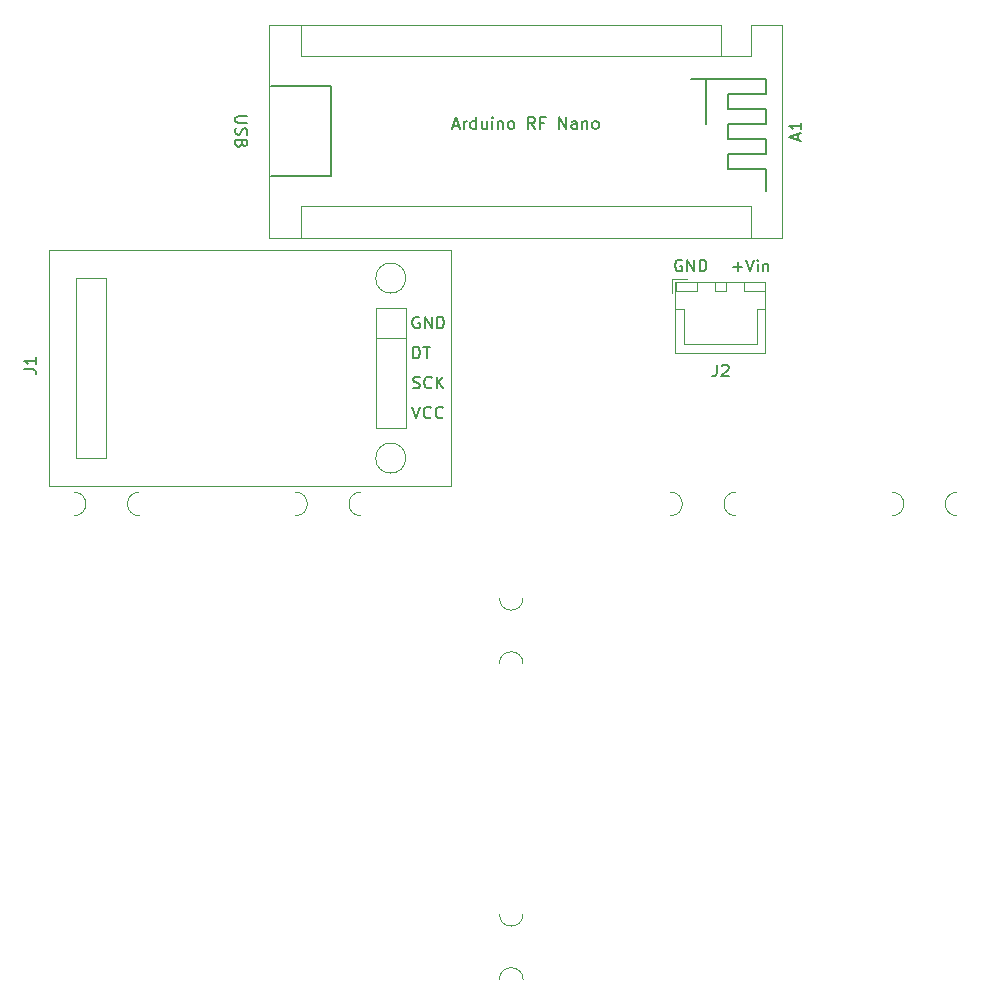
<source format=gbr>
%TF.GenerationSoftware,KiCad,Pcbnew,(5.1.9)-1*%
%TF.CreationDate,2021-03-08T11:19:03-03:00*%
%TF.ProjectId,pedal_board,70656461-6c5f-4626-9f61-72642e6b6963,rev?*%
%TF.SameCoordinates,Original*%
%TF.FileFunction,Legend,Top*%
%TF.FilePolarity,Positive*%
%FSLAX46Y46*%
G04 Gerber Fmt 4.6, Leading zero omitted, Abs format (unit mm)*
G04 Created by KiCad (PCBNEW (5.1.9)-1) date 2021-03-08 11:19:03*
%MOMM*%
%LPD*%
G01*
G04 APERTURE LIST*
%ADD10C,0.150000*%
%ADD11C,0.100000*%
%ADD12C,0.120000*%
G04 APERTURE END LIST*
D10*
X172720000Y-71120000D02*
X167640000Y-71120000D01*
X172720000Y-78740000D02*
X167640000Y-78740000D01*
X172720000Y-71120000D02*
X172720000Y-78740000D01*
X165647619Y-73668095D02*
X164838095Y-73668095D01*
X164742857Y-73715714D01*
X164695238Y-73763333D01*
X164647619Y-73858571D01*
X164647619Y-74049047D01*
X164695238Y-74144285D01*
X164742857Y-74191904D01*
X164838095Y-74239523D01*
X165647619Y-74239523D01*
X164695238Y-74668095D02*
X164647619Y-74810952D01*
X164647619Y-75049047D01*
X164695238Y-75144285D01*
X164742857Y-75191904D01*
X164838095Y-75239523D01*
X164933333Y-75239523D01*
X165028571Y-75191904D01*
X165076190Y-75144285D01*
X165123809Y-75049047D01*
X165171428Y-74858571D01*
X165219047Y-74763333D01*
X165266666Y-74715714D01*
X165361904Y-74668095D01*
X165457142Y-74668095D01*
X165552380Y-74715714D01*
X165600000Y-74763333D01*
X165647619Y-74858571D01*
X165647619Y-75096666D01*
X165600000Y-75239523D01*
X165171428Y-76001428D02*
X165123809Y-76144285D01*
X165076190Y-76191904D01*
X164980952Y-76239523D01*
X164838095Y-76239523D01*
X164742857Y-76191904D01*
X164695238Y-76144285D01*
X164647619Y-76049047D01*
X164647619Y-75668095D01*
X165647619Y-75668095D01*
X165647619Y-76001428D01*
X165600000Y-76096666D01*
X165552380Y-76144285D01*
X165457142Y-76191904D01*
X165361904Y-76191904D01*
X165266666Y-76144285D01*
X165219047Y-76096666D01*
X165171428Y-76001428D01*
X165171428Y-75668095D01*
X204470000Y-70485000D02*
X204470000Y-74295000D01*
X209550000Y-78105000D02*
X209550000Y-80010000D01*
X206375000Y-78105000D02*
X209550000Y-78105000D01*
X206375000Y-76835000D02*
X206375000Y-78105000D01*
X209550000Y-76835000D02*
X206375000Y-76835000D01*
X209550000Y-75565000D02*
X209550000Y-76835000D01*
X206375000Y-75565000D02*
X209550000Y-75565000D01*
X206375000Y-74295000D02*
X206375000Y-75565000D01*
X209550000Y-74295000D02*
X206375000Y-74295000D01*
X209550000Y-73025000D02*
X209550000Y-74295000D01*
X206375000Y-73025000D02*
X209550000Y-73025000D01*
X206375000Y-71755000D02*
X206375000Y-73025000D01*
X209550000Y-71755000D02*
X206375000Y-71755000D01*
X209550000Y-70485000D02*
X209550000Y-71755000D01*
X203200000Y-70485000D02*
X209550000Y-70485000D01*
X202438095Y-85860000D02*
X202342857Y-85812380D01*
X202200000Y-85812380D01*
X202057142Y-85860000D01*
X201961904Y-85955238D01*
X201914285Y-86050476D01*
X201866666Y-86240952D01*
X201866666Y-86383809D01*
X201914285Y-86574285D01*
X201961904Y-86669523D01*
X202057142Y-86764761D01*
X202200000Y-86812380D01*
X202295238Y-86812380D01*
X202438095Y-86764761D01*
X202485714Y-86717142D01*
X202485714Y-86383809D01*
X202295238Y-86383809D01*
X202914285Y-86812380D02*
X202914285Y-85812380D01*
X203485714Y-86812380D01*
X203485714Y-85812380D01*
X203961904Y-86812380D02*
X203961904Y-85812380D01*
X204200000Y-85812380D01*
X204342857Y-85860000D01*
X204438095Y-85955238D01*
X204485714Y-86050476D01*
X204533333Y-86240952D01*
X204533333Y-86383809D01*
X204485714Y-86574285D01*
X204438095Y-86669523D01*
X204342857Y-86764761D01*
X204200000Y-86812380D01*
X203961904Y-86812380D01*
X206780000Y-86431428D02*
X207541904Y-86431428D01*
X207160952Y-86812380D02*
X207160952Y-86050476D01*
X207875238Y-85812380D02*
X208208571Y-86812380D01*
X208541904Y-85812380D01*
X208875238Y-86812380D02*
X208875238Y-86145714D01*
X208875238Y-85812380D02*
X208827619Y-85860000D01*
X208875238Y-85907619D01*
X208922857Y-85860000D01*
X208875238Y-85812380D01*
X208875238Y-85907619D01*
X209351428Y-86145714D02*
X209351428Y-86812380D01*
X209351428Y-86240952D02*
X209399047Y-86193333D01*
X209494285Y-86145714D01*
X209637142Y-86145714D01*
X209732380Y-86193333D01*
X209780000Y-86288571D01*
X209780000Y-86812380D01*
X183063333Y-74461666D02*
X183539523Y-74461666D01*
X182968095Y-74747380D02*
X183301428Y-73747380D01*
X183634761Y-74747380D01*
X183968095Y-74747380D02*
X183968095Y-74080714D01*
X183968095Y-74271190D02*
X184015714Y-74175952D01*
X184063333Y-74128333D01*
X184158571Y-74080714D01*
X184253809Y-74080714D01*
X185015714Y-74747380D02*
X185015714Y-73747380D01*
X185015714Y-74699761D02*
X184920476Y-74747380D01*
X184730000Y-74747380D01*
X184634761Y-74699761D01*
X184587142Y-74652142D01*
X184539523Y-74556904D01*
X184539523Y-74271190D01*
X184587142Y-74175952D01*
X184634761Y-74128333D01*
X184730000Y-74080714D01*
X184920476Y-74080714D01*
X185015714Y-74128333D01*
X185920476Y-74080714D02*
X185920476Y-74747380D01*
X185491904Y-74080714D02*
X185491904Y-74604523D01*
X185539523Y-74699761D01*
X185634761Y-74747380D01*
X185777619Y-74747380D01*
X185872857Y-74699761D01*
X185920476Y-74652142D01*
X186396666Y-74747380D02*
X186396666Y-74080714D01*
X186396666Y-73747380D02*
X186349047Y-73795000D01*
X186396666Y-73842619D01*
X186444285Y-73795000D01*
X186396666Y-73747380D01*
X186396666Y-73842619D01*
X186872857Y-74080714D02*
X186872857Y-74747380D01*
X186872857Y-74175952D02*
X186920476Y-74128333D01*
X187015714Y-74080714D01*
X187158571Y-74080714D01*
X187253809Y-74128333D01*
X187301428Y-74223571D01*
X187301428Y-74747380D01*
X187920476Y-74747380D02*
X187825238Y-74699761D01*
X187777619Y-74652142D01*
X187730000Y-74556904D01*
X187730000Y-74271190D01*
X187777619Y-74175952D01*
X187825238Y-74128333D01*
X187920476Y-74080714D01*
X188063333Y-74080714D01*
X188158571Y-74128333D01*
X188206190Y-74175952D01*
X188253809Y-74271190D01*
X188253809Y-74556904D01*
X188206190Y-74652142D01*
X188158571Y-74699761D01*
X188063333Y-74747380D01*
X187920476Y-74747380D01*
X190015714Y-74747380D02*
X189682380Y-74271190D01*
X189444285Y-74747380D02*
X189444285Y-73747380D01*
X189825238Y-73747380D01*
X189920476Y-73795000D01*
X189968095Y-73842619D01*
X190015714Y-73937857D01*
X190015714Y-74080714D01*
X189968095Y-74175952D01*
X189920476Y-74223571D01*
X189825238Y-74271190D01*
X189444285Y-74271190D01*
X190777619Y-74223571D02*
X190444285Y-74223571D01*
X190444285Y-74747380D02*
X190444285Y-73747380D01*
X190920476Y-73747380D01*
X192063333Y-74747380D02*
X192063333Y-73747380D01*
X192634761Y-74747380D01*
X192634761Y-73747380D01*
X193539523Y-74747380D02*
X193539523Y-74223571D01*
X193491904Y-74128333D01*
X193396666Y-74080714D01*
X193206190Y-74080714D01*
X193110952Y-74128333D01*
X193539523Y-74699761D02*
X193444285Y-74747380D01*
X193206190Y-74747380D01*
X193110952Y-74699761D01*
X193063333Y-74604523D01*
X193063333Y-74509285D01*
X193110952Y-74414047D01*
X193206190Y-74366428D01*
X193444285Y-74366428D01*
X193539523Y-74318809D01*
X194015714Y-74080714D02*
X194015714Y-74747380D01*
X194015714Y-74175952D02*
X194063333Y-74128333D01*
X194158571Y-74080714D01*
X194301428Y-74080714D01*
X194396666Y-74128333D01*
X194444285Y-74223571D01*
X194444285Y-74747380D01*
X195063333Y-74747380D02*
X194968095Y-74699761D01*
X194920476Y-74652142D01*
X194872857Y-74556904D01*
X194872857Y-74271190D01*
X194920476Y-74175952D01*
X194968095Y-74128333D01*
X195063333Y-74080714D01*
X195206190Y-74080714D01*
X195301428Y-74128333D01*
X195349047Y-74175952D01*
X195396666Y-74271190D01*
X195396666Y-74556904D01*
X195349047Y-74652142D01*
X195301428Y-74699761D01*
X195206190Y-74747380D01*
X195063333Y-74747380D01*
D11*
%TO.C,mouse-bite-3mm-slot*%
X189000000Y-146762000D02*
G75*
G03*
X187000000Y-146762000I-1000000J0D01*
G01*
X187000000Y-141238000D02*
G75*
G03*
X189000000Y-141238000I1000000J0D01*
G01*
X187000000Y-114488000D02*
G75*
G03*
X189000000Y-114488000I1000000J0D01*
G01*
X189000000Y-120012000D02*
G75*
G03*
X187000000Y-120012000I-1000000J0D01*
G01*
X201488000Y-107500000D02*
G75*
G03*
X201488000Y-105500000I0J1000000D01*
G01*
X207012000Y-105500000D02*
G75*
G03*
X207012000Y-107500000I0J-1000000D01*
G01*
X225762000Y-105500000D02*
G75*
G03*
X225762000Y-107500000I0J-1000000D01*
G01*
X220238000Y-107500000D02*
G75*
G03*
X220238000Y-105500000I0J1000000D01*
G01*
X169738000Y-107500000D02*
G75*
G03*
X169738000Y-105500000I0J1000000D01*
G01*
X175262000Y-105500000D02*
G75*
G03*
X175262000Y-107500000I0J-1000000D01*
G01*
X156512000Y-105500000D02*
G75*
G03*
X156512000Y-107500000I0J-1000000D01*
G01*
X150988000Y-107500000D02*
G75*
G03*
X150988000Y-105500000I0J1000000D01*
G01*
D12*
%TO.C,J2*%
X201620000Y-87420000D02*
X201620000Y-88670000D01*
X202870000Y-87420000D02*
X201620000Y-87420000D01*
X208770000Y-92920000D02*
X205720000Y-92920000D01*
X208770000Y-89970000D02*
X208770000Y-92920000D01*
X209520000Y-89970000D02*
X208770000Y-89970000D01*
X202670000Y-92920000D02*
X205720000Y-92920000D01*
X202670000Y-89970000D02*
X202670000Y-92920000D01*
X201920000Y-89970000D02*
X202670000Y-89970000D01*
X209520000Y-87720000D02*
X207720000Y-87720000D01*
X209520000Y-88470000D02*
X209520000Y-87720000D01*
X207720000Y-88470000D02*
X209520000Y-88470000D01*
X207720000Y-87720000D02*
X207720000Y-88470000D01*
X203720000Y-87720000D02*
X201920000Y-87720000D01*
X203720000Y-88470000D02*
X203720000Y-87720000D01*
X201920000Y-88470000D02*
X203720000Y-88470000D01*
X201920000Y-87720000D02*
X201920000Y-88470000D01*
X206220000Y-87720000D02*
X205220000Y-87720000D01*
X206220000Y-88470000D02*
X206220000Y-87720000D01*
X205220000Y-88470000D02*
X206220000Y-88470000D01*
X205220000Y-87720000D02*
X205220000Y-88470000D01*
X209530000Y-87710000D02*
X201910000Y-87710000D01*
X209530000Y-93680000D02*
X209530000Y-87710000D01*
X201910000Y-93680000D02*
X209530000Y-93680000D01*
X201910000Y-87710000D02*
X201910000Y-93680000D01*
%TO.C,J1*%
X153670000Y-102616000D02*
X153670000Y-87376000D01*
X151130000Y-102616000D02*
X153670000Y-102616000D01*
X151130000Y-87376000D02*
X151130000Y-102616000D01*
X153670000Y-87376000D02*
X151130000Y-87376000D01*
X176530000Y-89916000D02*
X179070000Y-89916000D01*
X176530000Y-92456000D02*
X176530000Y-89916000D01*
X179070000Y-92456000D02*
X176530000Y-92456000D01*
X179070000Y-89916000D02*
X179070000Y-92456000D01*
X176530000Y-89916000D02*
X179070000Y-89916000D01*
X176530000Y-100076000D02*
X176530000Y-89916000D01*
X179070000Y-100076000D02*
X176530000Y-100076000D01*
X179070000Y-89916000D02*
X179070000Y-100076000D01*
X179070000Y-87376000D02*
G75*
G03*
X179070000Y-87376000I-1270000J0D01*
G01*
X179070000Y-102616000D02*
G75*
G03*
X179070000Y-102616000I-1270000J0D01*
G01*
X148880000Y-84996000D02*
X182880000Y-84996000D01*
X148880000Y-104996000D02*
X148880000Y-84996000D01*
X182880000Y-104996000D02*
X148880000Y-104996000D01*
X182880000Y-84996000D02*
X182880000Y-104996000D01*
%TO.C,A1*%
X205740000Y-68580000D02*
X208280000Y-68580000D01*
X208280000Y-68580000D02*
X208280000Y-65910000D01*
X205740000Y-65910000D02*
X167510000Y-65910000D01*
X210950000Y-65910000D02*
X208280000Y-65910000D01*
X208280000Y-81280000D02*
X208280000Y-83950000D01*
X208280000Y-81280000D02*
X170180000Y-81280000D01*
X170180000Y-81280000D02*
X170180000Y-83950000D01*
X205740000Y-68580000D02*
X205740000Y-65910000D01*
X205740000Y-68580000D02*
X170180000Y-68580000D01*
X170180000Y-68580000D02*
X170180000Y-65910000D01*
X167510000Y-65910000D02*
X167510000Y-83950000D01*
X167510000Y-83950000D02*
X210950000Y-83950000D01*
X210950000Y-83950000D02*
X210950000Y-65910000D01*
%TO.C,J2*%
D10*
X205406666Y-94702380D02*
X205406666Y-95416666D01*
X205359047Y-95559523D01*
X205263809Y-95654761D01*
X205120952Y-95702380D01*
X205025714Y-95702380D01*
X205835238Y-94797619D02*
X205882857Y-94750000D01*
X205978095Y-94702380D01*
X206216190Y-94702380D01*
X206311428Y-94750000D01*
X206359047Y-94797619D01*
X206406666Y-94892857D01*
X206406666Y-94988095D01*
X206359047Y-95130952D01*
X205787619Y-95702380D01*
X206406666Y-95702380D01*
%TO.C,J1*%
X146772380Y-95075333D02*
X147486666Y-95075333D01*
X147629523Y-95122952D01*
X147724761Y-95218190D01*
X147772380Y-95361047D01*
X147772380Y-95456285D01*
X147772380Y-94075333D02*
X147772380Y-94646761D01*
X147772380Y-94361047D02*
X146772380Y-94361047D01*
X146915238Y-94456285D01*
X147010476Y-94551523D01*
X147058095Y-94646761D01*
X179641666Y-98258380D02*
X179975000Y-99258380D01*
X180308333Y-98258380D01*
X181213095Y-99163142D02*
X181165476Y-99210761D01*
X181022619Y-99258380D01*
X180927380Y-99258380D01*
X180784523Y-99210761D01*
X180689285Y-99115523D01*
X180641666Y-99020285D01*
X180594047Y-98829809D01*
X180594047Y-98686952D01*
X180641666Y-98496476D01*
X180689285Y-98401238D01*
X180784523Y-98306000D01*
X180927380Y-98258380D01*
X181022619Y-98258380D01*
X181165476Y-98306000D01*
X181213095Y-98353619D01*
X182213095Y-99163142D02*
X182165476Y-99210761D01*
X182022619Y-99258380D01*
X181927380Y-99258380D01*
X181784523Y-99210761D01*
X181689285Y-99115523D01*
X181641666Y-99020285D01*
X181594047Y-98829809D01*
X181594047Y-98686952D01*
X181641666Y-98496476D01*
X181689285Y-98401238D01*
X181784523Y-98306000D01*
X181927380Y-98258380D01*
X182022619Y-98258380D01*
X182165476Y-98306000D01*
X182213095Y-98353619D01*
X179689285Y-96670761D02*
X179832142Y-96718380D01*
X180070238Y-96718380D01*
X180165476Y-96670761D01*
X180213095Y-96623142D01*
X180260714Y-96527904D01*
X180260714Y-96432666D01*
X180213095Y-96337428D01*
X180165476Y-96289809D01*
X180070238Y-96242190D01*
X179879761Y-96194571D01*
X179784523Y-96146952D01*
X179736904Y-96099333D01*
X179689285Y-96004095D01*
X179689285Y-95908857D01*
X179736904Y-95813619D01*
X179784523Y-95766000D01*
X179879761Y-95718380D01*
X180117857Y-95718380D01*
X180260714Y-95766000D01*
X181260714Y-96623142D02*
X181213095Y-96670761D01*
X181070238Y-96718380D01*
X180975000Y-96718380D01*
X180832142Y-96670761D01*
X180736904Y-96575523D01*
X180689285Y-96480285D01*
X180641666Y-96289809D01*
X180641666Y-96146952D01*
X180689285Y-95956476D01*
X180736904Y-95861238D01*
X180832142Y-95766000D01*
X180975000Y-95718380D01*
X181070238Y-95718380D01*
X181213095Y-95766000D01*
X181260714Y-95813619D01*
X181689285Y-96718380D02*
X181689285Y-95718380D01*
X182260714Y-96718380D02*
X181832142Y-96146952D01*
X182260714Y-95718380D02*
X181689285Y-96289809D01*
X179697142Y-94178380D02*
X179697142Y-93178380D01*
X179935238Y-93178380D01*
X180078095Y-93226000D01*
X180173333Y-93321238D01*
X180220952Y-93416476D01*
X180268571Y-93606952D01*
X180268571Y-93749809D01*
X180220952Y-93940285D01*
X180173333Y-94035523D01*
X180078095Y-94130761D01*
X179935238Y-94178380D01*
X179697142Y-94178380D01*
X180554285Y-93178380D02*
X181125714Y-93178380D01*
X180840000Y-94178380D02*
X180840000Y-93178380D01*
X180213095Y-90686000D02*
X180117857Y-90638380D01*
X179975000Y-90638380D01*
X179832142Y-90686000D01*
X179736904Y-90781238D01*
X179689285Y-90876476D01*
X179641666Y-91066952D01*
X179641666Y-91209809D01*
X179689285Y-91400285D01*
X179736904Y-91495523D01*
X179832142Y-91590761D01*
X179975000Y-91638380D01*
X180070238Y-91638380D01*
X180213095Y-91590761D01*
X180260714Y-91543142D01*
X180260714Y-91209809D01*
X180070238Y-91209809D01*
X180689285Y-91638380D02*
X180689285Y-90638380D01*
X181260714Y-91638380D01*
X181260714Y-90638380D01*
X181736904Y-91638380D02*
X181736904Y-90638380D01*
X181975000Y-90638380D01*
X182117857Y-90686000D01*
X182213095Y-90781238D01*
X182260714Y-90876476D01*
X182308333Y-91066952D01*
X182308333Y-91209809D01*
X182260714Y-91400285D01*
X182213095Y-91495523D01*
X182117857Y-91590761D01*
X181975000Y-91638380D01*
X181736904Y-91638380D01*
%TO.C,A1*%
X212256666Y-75644285D02*
X212256666Y-75168095D01*
X212542380Y-75739523D02*
X211542380Y-75406190D01*
X212542380Y-75072857D01*
X212542380Y-74215714D02*
X212542380Y-74787142D01*
X212542380Y-74501428D02*
X211542380Y-74501428D01*
X211685238Y-74596666D01*
X211780476Y-74691904D01*
X211828095Y-74787142D01*
%TD*%
M02*

</source>
